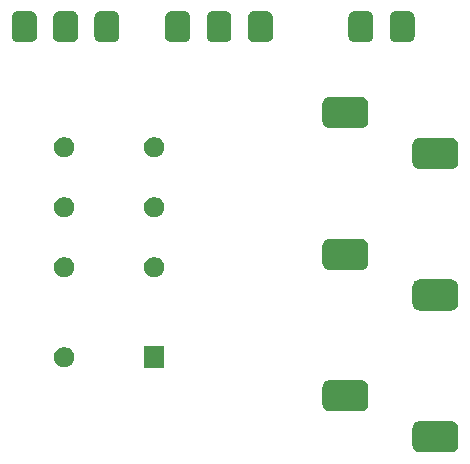
<source format=gbs>
G04 #@! TF.GenerationSoftware,KiCad,Pcbnew,5.1.5-1.fc31*
G04 #@! TF.CreationDate,2020-01-08T13:59:17+01:00*
G04 #@! TF.ProjectId,troll-relay,74726f6c-6c2d-4726-956c-61792e6b6963,rev?*
G04 #@! TF.SameCoordinates,Original*
G04 #@! TF.FileFunction,Soldermask,Bot*
G04 #@! TF.FilePolarity,Negative*
%FSLAX46Y46*%
G04 Gerber Fmt 4.6, Leading zero omitted, Abs format (unit mm)*
G04 Created by KiCad (PCBNEW 5.1.5-1.fc31) date 2020-01-08 13:59:17*
%MOMM*%
%LPD*%
G04 APERTURE LIST*
%ADD10C,0.100000*%
G04 APERTURE END LIST*
D10*
G36*
X163269544Y-133421083D02*
G01*
X163381616Y-133455080D01*
X163484894Y-133510283D01*
X163575422Y-133584578D01*
X163649717Y-133675106D01*
X163704920Y-133778384D01*
X163738917Y-133890456D01*
X163751000Y-134013140D01*
X163751000Y-135446860D01*
X163738917Y-135569544D01*
X163704920Y-135681616D01*
X163649717Y-135784894D01*
X163575422Y-135875422D01*
X163484894Y-135949717D01*
X163381616Y-136004920D01*
X163269544Y-136038917D01*
X163146860Y-136051000D01*
X160473140Y-136051000D01*
X160350456Y-136038917D01*
X160238384Y-136004920D01*
X160135106Y-135949717D01*
X160044578Y-135875422D01*
X159970283Y-135784894D01*
X159915080Y-135681616D01*
X159881083Y-135569544D01*
X159869000Y-135446860D01*
X159869000Y-134013140D01*
X159881083Y-133890456D01*
X159915080Y-133778384D01*
X159970283Y-133675106D01*
X160044578Y-133584578D01*
X160135106Y-133510283D01*
X160238384Y-133455080D01*
X160350456Y-133421083D01*
X160473140Y-133409000D01*
X163146860Y-133409000D01*
X163269544Y-133421083D01*
G37*
G36*
X155649544Y-129961083D02*
G01*
X155761616Y-129995080D01*
X155864894Y-130050283D01*
X155955422Y-130124578D01*
X156029717Y-130215106D01*
X156084920Y-130318384D01*
X156118917Y-130430456D01*
X156131000Y-130553140D01*
X156131000Y-131986860D01*
X156118917Y-132109544D01*
X156084920Y-132221616D01*
X156029717Y-132324894D01*
X155955422Y-132415422D01*
X155864894Y-132489717D01*
X155761616Y-132544920D01*
X155649544Y-132578917D01*
X155526860Y-132591000D01*
X152853140Y-132591000D01*
X152730456Y-132578917D01*
X152618384Y-132544920D01*
X152515106Y-132489717D01*
X152424578Y-132415422D01*
X152350283Y-132324894D01*
X152295080Y-132221616D01*
X152261083Y-132109544D01*
X152249000Y-131986860D01*
X152249000Y-130553140D01*
X152261083Y-130430456D01*
X152295080Y-130318384D01*
X152350283Y-130215106D01*
X152424578Y-130124578D01*
X152515106Y-130050283D01*
X152618384Y-129995080D01*
X152730456Y-129961083D01*
X152853140Y-129949000D01*
X155526860Y-129949000D01*
X155649544Y-129961083D01*
G37*
G36*
X138851000Y-128951000D02*
G01*
X137149000Y-128951000D01*
X137149000Y-127049000D01*
X138851000Y-127049000D01*
X138851000Y-128951000D01*
G37*
G36*
X130628228Y-127181703D02*
G01*
X130783100Y-127245853D01*
X130922481Y-127338985D01*
X131041015Y-127457519D01*
X131134147Y-127596900D01*
X131198297Y-127751772D01*
X131231000Y-127916184D01*
X131231000Y-128083816D01*
X131198297Y-128248228D01*
X131134147Y-128403100D01*
X131041015Y-128542481D01*
X130922481Y-128661015D01*
X130783100Y-128754147D01*
X130628228Y-128818297D01*
X130463816Y-128851000D01*
X130296184Y-128851000D01*
X130131772Y-128818297D01*
X129976900Y-128754147D01*
X129837519Y-128661015D01*
X129718985Y-128542481D01*
X129625853Y-128403100D01*
X129561703Y-128248228D01*
X129529000Y-128083816D01*
X129529000Y-127916184D01*
X129561703Y-127751772D01*
X129625853Y-127596900D01*
X129718985Y-127457519D01*
X129837519Y-127338985D01*
X129976900Y-127245853D01*
X130131772Y-127181703D01*
X130296184Y-127149000D01*
X130463816Y-127149000D01*
X130628228Y-127181703D01*
G37*
G36*
X163269544Y-121421083D02*
G01*
X163381616Y-121455080D01*
X163484894Y-121510283D01*
X163575422Y-121584578D01*
X163649717Y-121675106D01*
X163704920Y-121778384D01*
X163738917Y-121890456D01*
X163751000Y-122013140D01*
X163751000Y-123446860D01*
X163738917Y-123569544D01*
X163704920Y-123681616D01*
X163649717Y-123784894D01*
X163575422Y-123875422D01*
X163484894Y-123949717D01*
X163381616Y-124004920D01*
X163269544Y-124038917D01*
X163146860Y-124051000D01*
X160473140Y-124051000D01*
X160350456Y-124038917D01*
X160238384Y-124004920D01*
X160135106Y-123949717D01*
X160044578Y-123875422D01*
X159970283Y-123784894D01*
X159915080Y-123681616D01*
X159881083Y-123569544D01*
X159869000Y-123446860D01*
X159869000Y-122013140D01*
X159881083Y-121890456D01*
X159915080Y-121778384D01*
X159970283Y-121675106D01*
X160044578Y-121584578D01*
X160135106Y-121510283D01*
X160238384Y-121455080D01*
X160350456Y-121421083D01*
X160473140Y-121409000D01*
X163146860Y-121409000D01*
X163269544Y-121421083D01*
G37*
G36*
X138248228Y-119561703D02*
G01*
X138403100Y-119625853D01*
X138542481Y-119718985D01*
X138661015Y-119837519D01*
X138754147Y-119976900D01*
X138818297Y-120131772D01*
X138851000Y-120296184D01*
X138851000Y-120463816D01*
X138818297Y-120628228D01*
X138754147Y-120783100D01*
X138661015Y-120922481D01*
X138542481Y-121041015D01*
X138403100Y-121134147D01*
X138248228Y-121198297D01*
X138083816Y-121231000D01*
X137916184Y-121231000D01*
X137751772Y-121198297D01*
X137596900Y-121134147D01*
X137457519Y-121041015D01*
X137338985Y-120922481D01*
X137245853Y-120783100D01*
X137181703Y-120628228D01*
X137149000Y-120463816D01*
X137149000Y-120296184D01*
X137181703Y-120131772D01*
X137245853Y-119976900D01*
X137338985Y-119837519D01*
X137457519Y-119718985D01*
X137596900Y-119625853D01*
X137751772Y-119561703D01*
X137916184Y-119529000D01*
X138083816Y-119529000D01*
X138248228Y-119561703D01*
G37*
G36*
X130628228Y-119561703D02*
G01*
X130783100Y-119625853D01*
X130922481Y-119718985D01*
X131041015Y-119837519D01*
X131134147Y-119976900D01*
X131198297Y-120131772D01*
X131231000Y-120296184D01*
X131231000Y-120463816D01*
X131198297Y-120628228D01*
X131134147Y-120783100D01*
X131041015Y-120922481D01*
X130922481Y-121041015D01*
X130783100Y-121134147D01*
X130628228Y-121198297D01*
X130463816Y-121231000D01*
X130296184Y-121231000D01*
X130131772Y-121198297D01*
X129976900Y-121134147D01*
X129837519Y-121041015D01*
X129718985Y-120922481D01*
X129625853Y-120783100D01*
X129561703Y-120628228D01*
X129529000Y-120463816D01*
X129529000Y-120296184D01*
X129561703Y-120131772D01*
X129625853Y-119976900D01*
X129718985Y-119837519D01*
X129837519Y-119718985D01*
X129976900Y-119625853D01*
X130131772Y-119561703D01*
X130296184Y-119529000D01*
X130463816Y-119529000D01*
X130628228Y-119561703D01*
G37*
G36*
X155649544Y-117961083D02*
G01*
X155761616Y-117995080D01*
X155864894Y-118050283D01*
X155955422Y-118124578D01*
X156029717Y-118215106D01*
X156084920Y-118318384D01*
X156118917Y-118430456D01*
X156131000Y-118553140D01*
X156131000Y-119986860D01*
X156118917Y-120109544D01*
X156084920Y-120221616D01*
X156029717Y-120324894D01*
X155955422Y-120415422D01*
X155864894Y-120489717D01*
X155761616Y-120544920D01*
X155649544Y-120578917D01*
X155526860Y-120591000D01*
X152853140Y-120591000D01*
X152730456Y-120578917D01*
X152618384Y-120544920D01*
X152515106Y-120489717D01*
X152424578Y-120415422D01*
X152350283Y-120324894D01*
X152295080Y-120221616D01*
X152261083Y-120109544D01*
X152249000Y-119986860D01*
X152249000Y-118553140D01*
X152261083Y-118430456D01*
X152295080Y-118318384D01*
X152350283Y-118215106D01*
X152424578Y-118124578D01*
X152515106Y-118050283D01*
X152618384Y-117995080D01*
X152730456Y-117961083D01*
X152853140Y-117949000D01*
X155526860Y-117949000D01*
X155649544Y-117961083D01*
G37*
G36*
X130628228Y-114481703D02*
G01*
X130783100Y-114545853D01*
X130922481Y-114638985D01*
X131041015Y-114757519D01*
X131134147Y-114896900D01*
X131198297Y-115051772D01*
X131231000Y-115216184D01*
X131231000Y-115383816D01*
X131198297Y-115548228D01*
X131134147Y-115703100D01*
X131041015Y-115842481D01*
X130922481Y-115961015D01*
X130783100Y-116054147D01*
X130628228Y-116118297D01*
X130463816Y-116151000D01*
X130296184Y-116151000D01*
X130131772Y-116118297D01*
X129976900Y-116054147D01*
X129837519Y-115961015D01*
X129718985Y-115842481D01*
X129625853Y-115703100D01*
X129561703Y-115548228D01*
X129529000Y-115383816D01*
X129529000Y-115216184D01*
X129561703Y-115051772D01*
X129625853Y-114896900D01*
X129718985Y-114757519D01*
X129837519Y-114638985D01*
X129976900Y-114545853D01*
X130131772Y-114481703D01*
X130296184Y-114449000D01*
X130463816Y-114449000D01*
X130628228Y-114481703D01*
G37*
G36*
X138248228Y-114481703D02*
G01*
X138403100Y-114545853D01*
X138542481Y-114638985D01*
X138661015Y-114757519D01*
X138754147Y-114896900D01*
X138818297Y-115051772D01*
X138851000Y-115216184D01*
X138851000Y-115383816D01*
X138818297Y-115548228D01*
X138754147Y-115703100D01*
X138661015Y-115842481D01*
X138542481Y-115961015D01*
X138403100Y-116054147D01*
X138248228Y-116118297D01*
X138083816Y-116151000D01*
X137916184Y-116151000D01*
X137751772Y-116118297D01*
X137596900Y-116054147D01*
X137457519Y-115961015D01*
X137338985Y-115842481D01*
X137245853Y-115703100D01*
X137181703Y-115548228D01*
X137149000Y-115383816D01*
X137149000Y-115216184D01*
X137181703Y-115051772D01*
X137245853Y-114896900D01*
X137338985Y-114757519D01*
X137457519Y-114638985D01*
X137596900Y-114545853D01*
X137751772Y-114481703D01*
X137916184Y-114449000D01*
X138083816Y-114449000D01*
X138248228Y-114481703D01*
G37*
G36*
X163269544Y-109421083D02*
G01*
X163381616Y-109455080D01*
X163484894Y-109510283D01*
X163575422Y-109584578D01*
X163649717Y-109675106D01*
X163704920Y-109778384D01*
X163738917Y-109890456D01*
X163751000Y-110013140D01*
X163751000Y-111446860D01*
X163738917Y-111569544D01*
X163704920Y-111681616D01*
X163649717Y-111784894D01*
X163575422Y-111875422D01*
X163484894Y-111949717D01*
X163381616Y-112004920D01*
X163269544Y-112038917D01*
X163146860Y-112051000D01*
X160473140Y-112051000D01*
X160350456Y-112038917D01*
X160238384Y-112004920D01*
X160135106Y-111949717D01*
X160044578Y-111875422D01*
X159970283Y-111784894D01*
X159915080Y-111681616D01*
X159881083Y-111569544D01*
X159869000Y-111446860D01*
X159869000Y-110013140D01*
X159881083Y-109890456D01*
X159915080Y-109778384D01*
X159970283Y-109675106D01*
X160044578Y-109584578D01*
X160135106Y-109510283D01*
X160238384Y-109455080D01*
X160350456Y-109421083D01*
X160473140Y-109409000D01*
X163146860Y-109409000D01*
X163269544Y-109421083D01*
G37*
G36*
X130628228Y-109401703D02*
G01*
X130783100Y-109465853D01*
X130922481Y-109558985D01*
X131041015Y-109677519D01*
X131134147Y-109816900D01*
X131198297Y-109971772D01*
X131231000Y-110136184D01*
X131231000Y-110303816D01*
X131198297Y-110468228D01*
X131134147Y-110623100D01*
X131041015Y-110762481D01*
X130922481Y-110881015D01*
X130783100Y-110974147D01*
X130628228Y-111038297D01*
X130463816Y-111071000D01*
X130296184Y-111071000D01*
X130131772Y-111038297D01*
X129976900Y-110974147D01*
X129837519Y-110881015D01*
X129718985Y-110762481D01*
X129625853Y-110623100D01*
X129561703Y-110468228D01*
X129529000Y-110303816D01*
X129529000Y-110136184D01*
X129561703Y-109971772D01*
X129625853Y-109816900D01*
X129718985Y-109677519D01*
X129837519Y-109558985D01*
X129976900Y-109465853D01*
X130131772Y-109401703D01*
X130296184Y-109369000D01*
X130463816Y-109369000D01*
X130628228Y-109401703D01*
G37*
G36*
X138248228Y-109401703D02*
G01*
X138403100Y-109465853D01*
X138542481Y-109558985D01*
X138661015Y-109677519D01*
X138754147Y-109816900D01*
X138818297Y-109971772D01*
X138851000Y-110136184D01*
X138851000Y-110303816D01*
X138818297Y-110468228D01*
X138754147Y-110623100D01*
X138661015Y-110762481D01*
X138542481Y-110881015D01*
X138403100Y-110974147D01*
X138248228Y-111038297D01*
X138083816Y-111071000D01*
X137916184Y-111071000D01*
X137751772Y-111038297D01*
X137596900Y-110974147D01*
X137457519Y-110881015D01*
X137338985Y-110762481D01*
X137245853Y-110623100D01*
X137181703Y-110468228D01*
X137149000Y-110303816D01*
X137149000Y-110136184D01*
X137181703Y-109971772D01*
X137245853Y-109816900D01*
X137338985Y-109677519D01*
X137457519Y-109558985D01*
X137596900Y-109465853D01*
X137751772Y-109401703D01*
X137916184Y-109369000D01*
X138083816Y-109369000D01*
X138248228Y-109401703D01*
G37*
G36*
X155649544Y-105961083D02*
G01*
X155761616Y-105995080D01*
X155864894Y-106050283D01*
X155955422Y-106124578D01*
X156029717Y-106215106D01*
X156084920Y-106318384D01*
X156118917Y-106430456D01*
X156131000Y-106553140D01*
X156131000Y-107986860D01*
X156118917Y-108109544D01*
X156084920Y-108221616D01*
X156029717Y-108324894D01*
X155955422Y-108415422D01*
X155864894Y-108489717D01*
X155761616Y-108544920D01*
X155649544Y-108578917D01*
X155526860Y-108591000D01*
X152853140Y-108591000D01*
X152730456Y-108578917D01*
X152618384Y-108544920D01*
X152515106Y-108489717D01*
X152424578Y-108415422D01*
X152350283Y-108324894D01*
X152295080Y-108221616D01*
X152261083Y-108109544D01*
X152249000Y-107986860D01*
X152249000Y-106553140D01*
X152261083Y-106430456D01*
X152295080Y-106318384D01*
X152350283Y-106215106D01*
X152424578Y-106124578D01*
X152515106Y-106050283D01*
X152618384Y-105995080D01*
X152730456Y-105961083D01*
X152853140Y-105949000D01*
X155526860Y-105949000D01*
X155649544Y-105961083D01*
G37*
G36*
X134678210Y-98708489D02*
G01*
X134764950Y-98734802D01*
X134844889Y-98777530D01*
X134914962Y-98835038D01*
X134972470Y-98905111D01*
X135015198Y-98985050D01*
X135041511Y-99071790D01*
X135051000Y-99168140D01*
X135051000Y-100831860D01*
X135041511Y-100928210D01*
X135015198Y-101014950D01*
X134972470Y-101094889D01*
X134914962Y-101164962D01*
X134844889Y-101222470D01*
X134764950Y-101265198D01*
X134678210Y-101291511D01*
X134581860Y-101301000D01*
X133418140Y-101301000D01*
X133321790Y-101291511D01*
X133235050Y-101265198D01*
X133155111Y-101222470D01*
X133085038Y-101164962D01*
X133027530Y-101094889D01*
X132984802Y-101014950D01*
X132958489Y-100928210D01*
X132949000Y-100831860D01*
X132949000Y-99168140D01*
X132958489Y-99071790D01*
X132984802Y-98985050D01*
X133027530Y-98905111D01*
X133085038Y-98835038D01*
X133155111Y-98777530D01*
X133235050Y-98734802D01*
X133321790Y-98708489D01*
X133418140Y-98699000D01*
X134581860Y-98699000D01*
X134678210Y-98708489D01*
G37*
G36*
X159678210Y-98708489D02*
G01*
X159764950Y-98734802D01*
X159844889Y-98777530D01*
X159914962Y-98835038D01*
X159972470Y-98905111D01*
X160015198Y-98985050D01*
X160041511Y-99071790D01*
X160051000Y-99168140D01*
X160051000Y-100831860D01*
X160041511Y-100928210D01*
X160015198Y-101014950D01*
X159972470Y-101094889D01*
X159914962Y-101164962D01*
X159844889Y-101222470D01*
X159764950Y-101265198D01*
X159678210Y-101291511D01*
X159581860Y-101301000D01*
X158418140Y-101301000D01*
X158321790Y-101291511D01*
X158235050Y-101265198D01*
X158155111Y-101222470D01*
X158085038Y-101164962D01*
X158027530Y-101094889D01*
X157984802Y-101014950D01*
X157958489Y-100928210D01*
X157949000Y-100831860D01*
X157949000Y-99168140D01*
X157958489Y-99071790D01*
X157984802Y-98985050D01*
X158027530Y-98905111D01*
X158085038Y-98835038D01*
X158155111Y-98777530D01*
X158235050Y-98734802D01*
X158321790Y-98708489D01*
X158418140Y-98699000D01*
X159581860Y-98699000D01*
X159678210Y-98708489D01*
G37*
G36*
X156178210Y-98708489D02*
G01*
X156264950Y-98734802D01*
X156344889Y-98777530D01*
X156414962Y-98835038D01*
X156472470Y-98905111D01*
X156515198Y-98985050D01*
X156541511Y-99071790D01*
X156551000Y-99168140D01*
X156551000Y-100831860D01*
X156541511Y-100928210D01*
X156515198Y-101014950D01*
X156472470Y-101094889D01*
X156414962Y-101164962D01*
X156344889Y-101222470D01*
X156264950Y-101265198D01*
X156178210Y-101291511D01*
X156081860Y-101301000D01*
X154918140Y-101301000D01*
X154821790Y-101291511D01*
X154735050Y-101265198D01*
X154655111Y-101222470D01*
X154585038Y-101164962D01*
X154527530Y-101094889D01*
X154484802Y-101014950D01*
X154458489Y-100928210D01*
X154449000Y-100831860D01*
X154449000Y-99168140D01*
X154458489Y-99071790D01*
X154484802Y-98985050D01*
X154527530Y-98905111D01*
X154585038Y-98835038D01*
X154655111Y-98777530D01*
X154735050Y-98734802D01*
X154821790Y-98708489D01*
X154918140Y-98699000D01*
X156081860Y-98699000D01*
X156178210Y-98708489D01*
G37*
G36*
X147678210Y-98708489D02*
G01*
X147764950Y-98734802D01*
X147844889Y-98777530D01*
X147914962Y-98835038D01*
X147972470Y-98905111D01*
X148015198Y-98985050D01*
X148041511Y-99071790D01*
X148051000Y-99168140D01*
X148051000Y-100831860D01*
X148041511Y-100928210D01*
X148015198Y-101014950D01*
X147972470Y-101094889D01*
X147914962Y-101164962D01*
X147844889Y-101222470D01*
X147764950Y-101265198D01*
X147678210Y-101291511D01*
X147581860Y-101301000D01*
X146418140Y-101301000D01*
X146321790Y-101291511D01*
X146235050Y-101265198D01*
X146155111Y-101222470D01*
X146085038Y-101164962D01*
X146027530Y-101094889D01*
X145984802Y-101014950D01*
X145958489Y-100928210D01*
X145949000Y-100831860D01*
X145949000Y-99168140D01*
X145958489Y-99071790D01*
X145984802Y-98985050D01*
X146027530Y-98905111D01*
X146085038Y-98835038D01*
X146155111Y-98777530D01*
X146235050Y-98734802D01*
X146321790Y-98708489D01*
X146418140Y-98699000D01*
X147581860Y-98699000D01*
X147678210Y-98708489D01*
G37*
G36*
X144178210Y-98708489D02*
G01*
X144264950Y-98734802D01*
X144344889Y-98777530D01*
X144414962Y-98835038D01*
X144472470Y-98905111D01*
X144515198Y-98985050D01*
X144541511Y-99071790D01*
X144551000Y-99168140D01*
X144551000Y-100831860D01*
X144541511Y-100928210D01*
X144515198Y-101014950D01*
X144472470Y-101094889D01*
X144414962Y-101164962D01*
X144344889Y-101222470D01*
X144264950Y-101265198D01*
X144178210Y-101291511D01*
X144081860Y-101301000D01*
X142918140Y-101301000D01*
X142821790Y-101291511D01*
X142735050Y-101265198D01*
X142655111Y-101222470D01*
X142585038Y-101164962D01*
X142527530Y-101094889D01*
X142484802Y-101014950D01*
X142458489Y-100928210D01*
X142449000Y-100831860D01*
X142449000Y-99168140D01*
X142458489Y-99071790D01*
X142484802Y-98985050D01*
X142527530Y-98905111D01*
X142585038Y-98835038D01*
X142655111Y-98777530D01*
X142735050Y-98734802D01*
X142821790Y-98708489D01*
X142918140Y-98699000D01*
X144081860Y-98699000D01*
X144178210Y-98708489D01*
G37*
G36*
X140678210Y-98708489D02*
G01*
X140764950Y-98734802D01*
X140844889Y-98777530D01*
X140914962Y-98835038D01*
X140972470Y-98905111D01*
X141015198Y-98985050D01*
X141041511Y-99071790D01*
X141051000Y-99168140D01*
X141051000Y-100831860D01*
X141041511Y-100928210D01*
X141015198Y-101014950D01*
X140972470Y-101094889D01*
X140914962Y-101164962D01*
X140844889Y-101222470D01*
X140764950Y-101265198D01*
X140678210Y-101291511D01*
X140581860Y-101301000D01*
X139418140Y-101301000D01*
X139321790Y-101291511D01*
X139235050Y-101265198D01*
X139155111Y-101222470D01*
X139085038Y-101164962D01*
X139027530Y-101094889D01*
X138984802Y-101014950D01*
X138958489Y-100928210D01*
X138949000Y-100831860D01*
X138949000Y-99168140D01*
X138958489Y-99071790D01*
X138984802Y-98985050D01*
X139027530Y-98905111D01*
X139085038Y-98835038D01*
X139155111Y-98777530D01*
X139235050Y-98734802D01*
X139321790Y-98708489D01*
X139418140Y-98699000D01*
X140581860Y-98699000D01*
X140678210Y-98708489D01*
G37*
G36*
X131178210Y-98708489D02*
G01*
X131264950Y-98734802D01*
X131344889Y-98777530D01*
X131414962Y-98835038D01*
X131472470Y-98905111D01*
X131515198Y-98985050D01*
X131541511Y-99071790D01*
X131551000Y-99168140D01*
X131551000Y-100831860D01*
X131541511Y-100928210D01*
X131515198Y-101014950D01*
X131472470Y-101094889D01*
X131414962Y-101164962D01*
X131344889Y-101222470D01*
X131264950Y-101265198D01*
X131178210Y-101291511D01*
X131081860Y-101301000D01*
X129918140Y-101301000D01*
X129821790Y-101291511D01*
X129735050Y-101265198D01*
X129655111Y-101222470D01*
X129585038Y-101164962D01*
X129527530Y-101094889D01*
X129484802Y-101014950D01*
X129458489Y-100928210D01*
X129449000Y-100831860D01*
X129449000Y-99168140D01*
X129458489Y-99071790D01*
X129484802Y-98985050D01*
X129527530Y-98905111D01*
X129585038Y-98835038D01*
X129655111Y-98777530D01*
X129735050Y-98734802D01*
X129821790Y-98708489D01*
X129918140Y-98699000D01*
X131081860Y-98699000D01*
X131178210Y-98708489D01*
G37*
G36*
X127678210Y-98708489D02*
G01*
X127764950Y-98734802D01*
X127844889Y-98777530D01*
X127914962Y-98835038D01*
X127972470Y-98905111D01*
X128015198Y-98985050D01*
X128041511Y-99071790D01*
X128051000Y-99168140D01*
X128051000Y-100831860D01*
X128041511Y-100928210D01*
X128015198Y-101014950D01*
X127972470Y-101094889D01*
X127914962Y-101164962D01*
X127844889Y-101222470D01*
X127764950Y-101265198D01*
X127678210Y-101291511D01*
X127581860Y-101301000D01*
X126418140Y-101301000D01*
X126321790Y-101291511D01*
X126235050Y-101265198D01*
X126155111Y-101222470D01*
X126085038Y-101164962D01*
X126027530Y-101094889D01*
X125984802Y-101014950D01*
X125958489Y-100928210D01*
X125949000Y-100831860D01*
X125949000Y-99168140D01*
X125958489Y-99071790D01*
X125984802Y-98985050D01*
X126027530Y-98905111D01*
X126085038Y-98835038D01*
X126155111Y-98777530D01*
X126235050Y-98734802D01*
X126321790Y-98708489D01*
X126418140Y-98699000D01*
X127581860Y-98699000D01*
X127678210Y-98708489D01*
G37*
M02*

</source>
